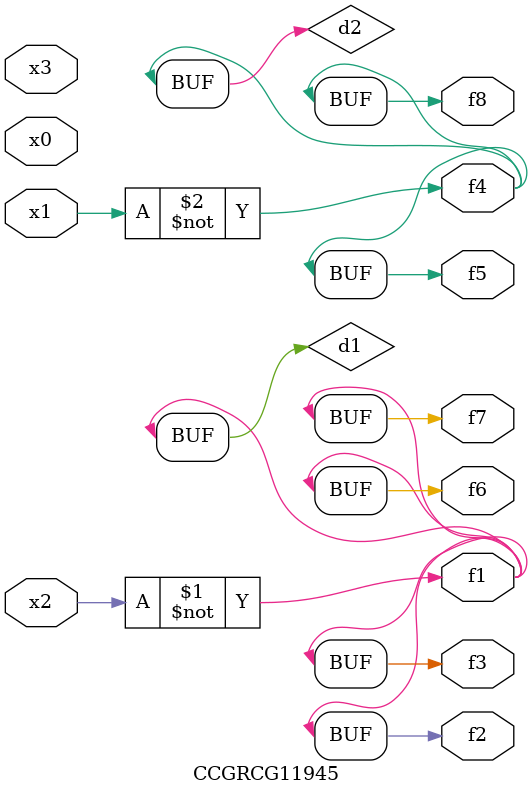
<source format=v>
module CCGRCG11945(
	input x0, x1, x2, x3,
	output f1, f2, f3, f4, f5, f6, f7, f8
);

	wire d1, d2;

	xnor (d1, x2);
	not (d2, x1);
	assign f1 = d1;
	assign f2 = d1;
	assign f3 = d1;
	assign f4 = d2;
	assign f5 = d2;
	assign f6 = d1;
	assign f7 = d1;
	assign f8 = d2;
endmodule

</source>
